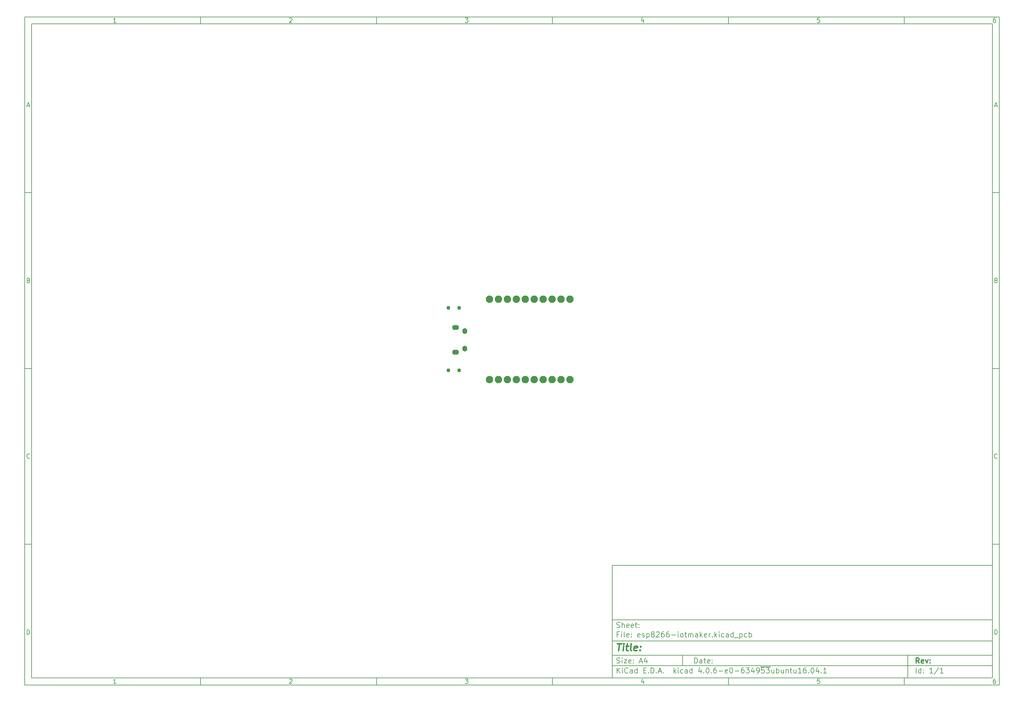
<source format=gbs>
G04 #@! TF.FileFunction,Soldermask,Bot*
%FSLAX46Y46*%
G04 Gerber Fmt 4.6, Leading zero omitted, Abs format (unit mm)*
G04 Created by KiCad (PCBNEW 4.0.6-e0-6349~53~ubuntu16.04.1) date Sat Nov 11 19:40:28 2017*
%MOMM*%
%LPD*%
G01*
G04 APERTURE LIST*
%ADD10C,0.100000*%
%ADD11C,0.150000*%
%ADD12C,0.300000*%
%ADD13C,0.400000*%
%ADD14C,2.100000*%
%ADD15O,2.100000X2.100000*%
%ADD16C,1.100000*%
%ADD17O,1.350000X1.650000*%
%ADD18O,1.950000X1.400000*%
G04 APERTURE END LIST*
D10*
D11*
X177002200Y-166007200D02*
X177002200Y-198007200D01*
X285002200Y-198007200D01*
X285002200Y-166007200D01*
X177002200Y-166007200D01*
D10*
D11*
X10000000Y-10000000D02*
X10000000Y-200007200D01*
X287002200Y-200007200D01*
X287002200Y-10000000D01*
X10000000Y-10000000D01*
D10*
D11*
X12000000Y-12000000D02*
X12000000Y-198007200D01*
X285002200Y-198007200D01*
X285002200Y-12000000D01*
X12000000Y-12000000D01*
D10*
D11*
X60000000Y-12000000D02*
X60000000Y-10000000D01*
D10*
D11*
X110000000Y-12000000D02*
X110000000Y-10000000D01*
D10*
D11*
X160000000Y-12000000D02*
X160000000Y-10000000D01*
D10*
D11*
X210000000Y-12000000D02*
X210000000Y-10000000D01*
D10*
D11*
X260000000Y-12000000D02*
X260000000Y-10000000D01*
D10*
D11*
X35990476Y-11588095D02*
X35247619Y-11588095D01*
X35619048Y-11588095D02*
X35619048Y-10288095D01*
X35495238Y-10473810D01*
X35371429Y-10597619D01*
X35247619Y-10659524D01*
D10*
D11*
X85247619Y-10411905D02*
X85309524Y-10350000D01*
X85433333Y-10288095D01*
X85742857Y-10288095D01*
X85866667Y-10350000D01*
X85928571Y-10411905D01*
X85990476Y-10535714D01*
X85990476Y-10659524D01*
X85928571Y-10845238D01*
X85185714Y-11588095D01*
X85990476Y-11588095D01*
D10*
D11*
X135185714Y-10288095D02*
X135990476Y-10288095D01*
X135557143Y-10783333D01*
X135742857Y-10783333D01*
X135866667Y-10845238D01*
X135928571Y-10907143D01*
X135990476Y-11030952D01*
X135990476Y-11340476D01*
X135928571Y-11464286D01*
X135866667Y-11526190D01*
X135742857Y-11588095D01*
X135371429Y-11588095D01*
X135247619Y-11526190D01*
X135185714Y-11464286D01*
D10*
D11*
X185866667Y-10721429D02*
X185866667Y-11588095D01*
X185557143Y-10226190D02*
X185247619Y-11154762D01*
X186052381Y-11154762D01*
D10*
D11*
X235928571Y-10288095D02*
X235309524Y-10288095D01*
X235247619Y-10907143D01*
X235309524Y-10845238D01*
X235433333Y-10783333D01*
X235742857Y-10783333D01*
X235866667Y-10845238D01*
X235928571Y-10907143D01*
X235990476Y-11030952D01*
X235990476Y-11340476D01*
X235928571Y-11464286D01*
X235866667Y-11526190D01*
X235742857Y-11588095D01*
X235433333Y-11588095D01*
X235309524Y-11526190D01*
X235247619Y-11464286D01*
D10*
D11*
X285866667Y-10288095D02*
X285619048Y-10288095D01*
X285495238Y-10350000D01*
X285433333Y-10411905D01*
X285309524Y-10597619D01*
X285247619Y-10845238D01*
X285247619Y-11340476D01*
X285309524Y-11464286D01*
X285371429Y-11526190D01*
X285495238Y-11588095D01*
X285742857Y-11588095D01*
X285866667Y-11526190D01*
X285928571Y-11464286D01*
X285990476Y-11340476D01*
X285990476Y-11030952D01*
X285928571Y-10907143D01*
X285866667Y-10845238D01*
X285742857Y-10783333D01*
X285495238Y-10783333D01*
X285371429Y-10845238D01*
X285309524Y-10907143D01*
X285247619Y-11030952D01*
D10*
D11*
X60000000Y-198007200D02*
X60000000Y-200007200D01*
D10*
D11*
X110000000Y-198007200D02*
X110000000Y-200007200D01*
D10*
D11*
X160000000Y-198007200D02*
X160000000Y-200007200D01*
D10*
D11*
X210000000Y-198007200D02*
X210000000Y-200007200D01*
D10*
D11*
X260000000Y-198007200D02*
X260000000Y-200007200D01*
D10*
D11*
X35990476Y-199595295D02*
X35247619Y-199595295D01*
X35619048Y-199595295D02*
X35619048Y-198295295D01*
X35495238Y-198481010D01*
X35371429Y-198604819D01*
X35247619Y-198666724D01*
D10*
D11*
X85247619Y-198419105D02*
X85309524Y-198357200D01*
X85433333Y-198295295D01*
X85742857Y-198295295D01*
X85866667Y-198357200D01*
X85928571Y-198419105D01*
X85990476Y-198542914D01*
X85990476Y-198666724D01*
X85928571Y-198852438D01*
X85185714Y-199595295D01*
X85990476Y-199595295D01*
D10*
D11*
X135185714Y-198295295D02*
X135990476Y-198295295D01*
X135557143Y-198790533D01*
X135742857Y-198790533D01*
X135866667Y-198852438D01*
X135928571Y-198914343D01*
X135990476Y-199038152D01*
X135990476Y-199347676D01*
X135928571Y-199471486D01*
X135866667Y-199533390D01*
X135742857Y-199595295D01*
X135371429Y-199595295D01*
X135247619Y-199533390D01*
X135185714Y-199471486D01*
D10*
D11*
X185866667Y-198728629D02*
X185866667Y-199595295D01*
X185557143Y-198233390D02*
X185247619Y-199161962D01*
X186052381Y-199161962D01*
D10*
D11*
X235928571Y-198295295D02*
X235309524Y-198295295D01*
X235247619Y-198914343D01*
X235309524Y-198852438D01*
X235433333Y-198790533D01*
X235742857Y-198790533D01*
X235866667Y-198852438D01*
X235928571Y-198914343D01*
X235990476Y-199038152D01*
X235990476Y-199347676D01*
X235928571Y-199471486D01*
X235866667Y-199533390D01*
X235742857Y-199595295D01*
X235433333Y-199595295D01*
X235309524Y-199533390D01*
X235247619Y-199471486D01*
D10*
D11*
X285866667Y-198295295D02*
X285619048Y-198295295D01*
X285495238Y-198357200D01*
X285433333Y-198419105D01*
X285309524Y-198604819D01*
X285247619Y-198852438D01*
X285247619Y-199347676D01*
X285309524Y-199471486D01*
X285371429Y-199533390D01*
X285495238Y-199595295D01*
X285742857Y-199595295D01*
X285866667Y-199533390D01*
X285928571Y-199471486D01*
X285990476Y-199347676D01*
X285990476Y-199038152D01*
X285928571Y-198914343D01*
X285866667Y-198852438D01*
X285742857Y-198790533D01*
X285495238Y-198790533D01*
X285371429Y-198852438D01*
X285309524Y-198914343D01*
X285247619Y-199038152D01*
D10*
D11*
X10000000Y-60000000D02*
X12000000Y-60000000D01*
D10*
D11*
X10000000Y-110000000D02*
X12000000Y-110000000D01*
D10*
D11*
X10000000Y-160000000D02*
X12000000Y-160000000D01*
D10*
D11*
X10690476Y-35216667D02*
X11309524Y-35216667D01*
X10566667Y-35588095D02*
X11000000Y-34288095D01*
X11433333Y-35588095D01*
D10*
D11*
X11092857Y-84907143D02*
X11278571Y-84969048D01*
X11340476Y-85030952D01*
X11402381Y-85154762D01*
X11402381Y-85340476D01*
X11340476Y-85464286D01*
X11278571Y-85526190D01*
X11154762Y-85588095D01*
X10659524Y-85588095D01*
X10659524Y-84288095D01*
X11092857Y-84288095D01*
X11216667Y-84350000D01*
X11278571Y-84411905D01*
X11340476Y-84535714D01*
X11340476Y-84659524D01*
X11278571Y-84783333D01*
X11216667Y-84845238D01*
X11092857Y-84907143D01*
X10659524Y-84907143D01*
D10*
D11*
X11402381Y-135464286D02*
X11340476Y-135526190D01*
X11154762Y-135588095D01*
X11030952Y-135588095D01*
X10845238Y-135526190D01*
X10721429Y-135402381D01*
X10659524Y-135278571D01*
X10597619Y-135030952D01*
X10597619Y-134845238D01*
X10659524Y-134597619D01*
X10721429Y-134473810D01*
X10845238Y-134350000D01*
X11030952Y-134288095D01*
X11154762Y-134288095D01*
X11340476Y-134350000D01*
X11402381Y-134411905D01*
D10*
D11*
X10659524Y-185588095D02*
X10659524Y-184288095D01*
X10969048Y-184288095D01*
X11154762Y-184350000D01*
X11278571Y-184473810D01*
X11340476Y-184597619D01*
X11402381Y-184845238D01*
X11402381Y-185030952D01*
X11340476Y-185278571D01*
X11278571Y-185402381D01*
X11154762Y-185526190D01*
X10969048Y-185588095D01*
X10659524Y-185588095D01*
D10*
D11*
X287002200Y-60000000D02*
X285002200Y-60000000D01*
D10*
D11*
X287002200Y-110000000D02*
X285002200Y-110000000D01*
D10*
D11*
X287002200Y-160000000D02*
X285002200Y-160000000D01*
D10*
D11*
X285692676Y-35216667D02*
X286311724Y-35216667D01*
X285568867Y-35588095D02*
X286002200Y-34288095D01*
X286435533Y-35588095D01*
D10*
D11*
X286095057Y-84907143D02*
X286280771Y-84969048D01*
X286342676Y-85030952D01*
X286404581Y-85154762D01*
X286404581Y-85340476D01*
X286342676Y-85464286D01*
X286280771Y-85526190D01*
X286156962Y-85588095D01*
X285661724Y-85588095D01*
X285661724Y-84288095D01*
X286095057Y-84288095D01*
X286218867Y-84350000D01*
X286280771Y-84411905D01*
X286342676Y-84535714D01*
X286342676Y-84659524D01*
X286280771Y-84783333D01*
X286218867Y-84845238D01*
X286095057Y-84907143D01*
X285661724Y-84907143D01*
D10*
D11*
X286404581Y-135464286D02*
X286342676Y-135526190D01*
X286156962Y-135588095D01*
X286033152Y-135588095D01*
X285847438Y-135526190D01*
X285723629Y-135402381D01*
X285661724Y-135278571D01*
X285599819Y-135030952D01*
X285599819Y-134845238D01*
X285661724Y-134597619D01*
X285723629Y-134473810D01*
X285847438Y-134350000D01*
X286033152Y-134288095D01*
X286156962Y-134288095D01*
X286342676Y-134350000D01*
X286404581Y-134411905D01*
D10*
D11*
X285661724Y-185588095D02*
X285661724Y-184288095D01*
X285971248Y-184288095D01*
X286156962Y-184350000D01*
X286280771Y-184473810D01*
X286342676Y-184597619D01*
X286404581Y-184845238D01*
X286404581Y-185030952D01*
X286342676Y-185278571D01*
X286280771Y-185402381D01*
X286156962Y-185526190D01*
X285971248Y-185588095D01*
X285661724Y-185588095D01*
D10*
D11*
X200359343Y-193785771D02*
X200359343Y-192285771D01*
X200716486Y-192285771D01*
X200930771Y-192357200D01*
X201073629Y-192500057D01*
X201145057Y-192642914D01*
X201216486Y-192928629D01*
X201216486Y-193142914D01*
X201145057Y-193428629D01*
X201073629Y-193571486D01*
X200930771Y-193714343D01*
X200716486Y-193785771D01*
X200359343Y-193785771D01*
X202502200Y-193785771D02*
X202502200Y-193000057D01*
X202430771Y-192857200D01*
X202287914Y-192785771D01*
X202002200Y-192785771D01*
X201859343Y-192857200D01*
X202502200Y-193714343D02*
X202359343Y-193785771D01*
X202002200Y-193785771D01*
X201859343Y-193714343D01*
X201787914Y-193571486D01*
X201787914Y-193428629D01*
X201859343Y-193285771D01*
X202002200Y-193214343D01*
X202359343Y-193214343D01*
X202502200Y-193142914D01*
X203002200Y-192785771D02*
X203573629Y-192785771D01*
X203216486Y-192285771D02*
X203216486Y-193571486D01*
X203287914Y-193714343D01*
X203430772Y-193785771D01*
X203573629Y-193785771D01*
X204645057Y-193714343D02*
X204502200Y-193785771D01*
X204216486Y-193785771D01*
X204073629Y-193714343D01*
X204002200Y-193571486D01*
X204002200Y-193000057D01*
X204073629Y-192857200D01*
X204216486Y-192785771D01*
X204502200Y-192785771D01*
X204645057Y-192857200D01*
X204716486Y-193000057D01*
X204716486Y-193142914D01*
X204002200Y-193285771D01*
X205359343Y-193642914D02*
X205430771Y-193714343D01*
X205359343Y-193785771D01*
X205287914Y-193714343D01*
X205359343Y-193642914D01*
X205359343Y-193785771D01*
X205359343Y-192857200D02*
X205430771Y-192928629D01*
X205359343Y-193000057D01*
X205287914Y-192928629D01*
X205359343Y-192857200D01*
X205359343Y-193000057D01*
D10*
D11*
X177002200Y-194507200D02*
X285002200Y-194507200D01*
D10*
D11*
X178359343Y-196585771D02*
X178359343Y-195085771D01*
X179216486Y-196585771D02*
X178573629Y-195728629D01*
X179216486Y-195085771D02*
X178359343Y-195942914D01*
X179859343Y-196585771D02*
X179859343Y-195585771D01*
X179859343Y-195085771D02*
X179787914Y-195157200D01*
X179859343Y-195228629D01*
X179930771Y-195157200D01*
X179859343Y-195085771D01*
X179859343Y-195228629D01*
X181430772Y-196442914D02*
X181359343Y-196514343D01*
X181145057Y-196585771D01*
X181002200Y-196585771D01*
X180787915Y-196514343D01*
X180645057Y-196371486D01*
X180573629Y-196228629D01*
X180502200Y-195942914D01*
X180502200Y-195728629D01*
X180573629Y-195442914D01*
X180645057Y-195300057D01*
X180787915Y-195157200D01*
X181002200Y-195085771D01*
X181145057Y-195085771D01*
X181359343Y-195157200D01*
X181430772Y-195228629D01*
X182716486Y-196585771D02*
X182716486Y-195800057D01*
X182645057Y-195657200D01*
X182502200Y-195585771D01*
X182216486Y-195585771D01*
X182073629Y-195657200D01*
X182716486Y-196514343D02*
X182573629Y-196585771D01*
X182216486Y-196585771D01*
X182073629Y-196514343D01*
X182002200Y-196371486D01*
X182002200Y-196228629D01*
X182073629Y-196085771D01*
X182216486Y-196014343D01*
X182573629Y-196014343D01*
X182716486Y-195942914D01*
X184073629Y-196585771D02*
X184073629Y-195085771D01*
X184073629Y-196514343D02*
X183930772Y-196585771D01*
X183645058Y-196585771D01*
X183502200Y-196514343D01*
X183430772Y-196442914D01*
X183359343Y-196300057D01*
X183359343Y-195871486D01*
X183430772Y-195728629D01*
X183502200Y-195657200D01*
X183645058Y-195585771D01*
X183930772Y-195585771D01*
X184073629Y-195657200D01*
X185930772Y-195800057D02*
X186430772Y-195800057D01*
X186645058Y-196585771D02*
X185930772Y-196585771D01*
X185930772Y-195085771D01*
X186645058Y-195085771D01*
X187287915Y-196442914D02*
X187359343Y-196514343D01*
X187287915Y-196585771D01*
X187216486Y-196514343D01*
X187287915Y-196442914D01*
X187287915Y-196585771D01*
X188002201Y-196585771D02*
X188002201Y-195085771D01*
X188359344Y-195085771D01*
X188573629Y-195157200D01*
X188716487Y-195300057D01*
X188787915Y-195442914D01*
X188859344Y-195728629D01*
X188859344Y-195942914D01*
X188787915Y-196228629D01*
X188716487Y-196371486D01*
X188573629Y-196514343D01*
X188359344Y-196585771D01*
X188002201Y-196585771D01*
X189502201Y-196442914D02*
X189573629Y-196514343D01*
X189502201Y-196585771D01*
X189430772Y-196514343D01*
X189502201Y-196442914D01*
X189502201Y-196585771D01*
X190145058Y-196157200D02*
X190859344Y-196157200D01*
X190002201Y-196585771D02*
X190502201Y-195085771D01*
X191002201Y-196585771D01*
X191502201Y-196442914D02*
X191573629Y-196514343D01*
X191502201Y-196585771D01*
X191430772Y-196514343D01*
X191502201Y-196442914D01*
X191502201Y-196585771D01*
X194502201Y-196585771D02*
X194502201Y-195085771D01*
X194645058Y-196014343D02*
X195073629Y-196585771D01*
X195073629Y-195585771D02*
X194502201Y-196157200D01*
X195716487Y-196585771D02*
X195716487Y-195585771D01*
X195716487Y-195085771D02*
X195645058Y-195157200D01*
X195716487Y-195228629D01*
X195787915Y-195157200D01*
X195716487Y-195085771D01*
X195716487Y-195228629D01*
X197073630Y-196514343D02*
X196930773Y-196585771D01*
X196645059Y-196585771D01*
X196502201Y-196514343D01*
X196430773Y-196442914D01*
X196359344Y-196300057D01*
X196359344Y-195871486D01*
X196430773Y-195728629D01*
X196502201Y-195657200D01*
X196645059Y-195585771D01*
X196930773Y-195585771D01*
X197073630Y-195657200D01*
X198359344Y-196585771D02*
X198359344Y-195800057D01*
X198287915Y-195657200D01*
X198145058Y-195585771D01*
X197859344Y-195585771D01*
X197716487Y-195657200D01*
X198359344Y-196514343D02*
X198216487Y-196585771D01*
X197859344Y-196585771D01*
X197716487Y-196514343D01*
X197645058Y-196371486D01*
X197645058Y-196228629D01*
X197716487Y-196085771D01*
X197859344Y-196014343D01*
X198216487Y-196014343D01*
X198359344Y-195942914D01*
X199716487Y-196585771D02*
X199716487Y-195085771D01*
X199716487Y-196514343D02*
X199573630Y-196585771D01*
X199287916Y-196585771D01*
X199145058Y-196514343D01*
X199073630Y-196442914D01*
X199002201Y-196300057D01*
X199002201Y-195871486D01*
X199073630Y-195728629D01*
X199145058Y-195657200D01*
X199287916Y-195585771D01*
X199573630Y-195585771D01*
X199716487Y-195657200D01*
X202216487Y-195585771D02*
X202216487Y-196585771D01*
X201859344Y-195014343D02*
X201502201Y-196085771D01*
X202430773Y-196085771D01*
X203002201Y-196442914D02*
X203073629Y-196514343D01*
X203002201Y-196585771D01*
X202930772Y-196514343D01*
X203002201Y-196442914D01*
X203002201Y-196585771D01*
X204002201Y-195085771D02*
X204145058Y-195085771D01*
X204287915Y-195157200D01*
X204359344Y-195228629D01*
X204430773Y-195371486D01*
X204502201Y-195657200D01*
X204502201Y-196014343D01*
X204430773Y-196300057D01*
X204359344Y-196442914D01*
X204287915Y-196514343D01*
X204145058Y-196585771D01*
X204002201Y-196585771D01*
X203859344Y-196514343D01*
X203787915Y-196442914D01*
X203716487Y-196300057D01*
X203645058Y-196014343D01*
X203645058Y-195657200D01*
X203716487Y-195371486D01*
X203787915Y-195228629D01*
X203859344Y-195157200D01*
X204002201Y-195085771D01*
X205145058Y-196442914D02*
X205216486Y-196514343D01*
X205145058Y-196585771D01*
X205073629Y-196514343D01*
X205145058Y-196442914D01*
X205145058Y-196585771D01*
X206502201Y-195085771D02*
X206216487Y-195085771D01*
X206073630Y-195157200D01*
X206002201Y-195228629D01*
X205859344Y-195442914D01*
X205787915Y-195728629D01*
X205787915Y-196300057D01*
X205859344Y-196442914D01*
X205930772Y-196514343D01*
X206073630Y-196585771D01*
X206359344Y-196585771D01*
X206502201Y-196514343D01*
X206573630Y-196442914D01*
X206645058Y-196300057D01*
X206645058Y-195942914D01*
X206573630Y-195800057D01*
X206502201Y-195728629D01*
X206359344Y-195657200D01*
X206073630Y-195657200D01*
X205930772Y-195728629D01*
X205859344Y-195800057D01*
X205787915Y-195942914D01*
X207287915Y-196014343D02*
X208430772Y-196014343D01*
X209716486Y-196514343D02*
X209573629Y-196585771D01*
X209287915Y-196585771D01*
X209145058Y-196514343D01*
X209073629Y-196371486D01*
X209073629Y-195800057D01*
X209145058Y-195657200D01*
X209287915Y-195585771D01*
X209573629Y-195585771D01*
X209716486Y-195657200D01*
X209787915Y-195800057D01*
X209787915Y-195942914D01*
X209073629Y-196085771D01*
X210716486Y-195085771D02*
X210859343Y-195085771D01*
X211002200Y-195157200D01*
X211073629Y-195228629D01*
X211145058Y-195371486D01*
X211216486Y-195657200D01*
X211216486Y-196014343D01*
X211145058Y-196300057D01*
X211073629Y-196442914D01*
X211002200Y-196514343D01*
X210859343Y-196585771D01*
X210716486Y-196585771D01*
X210573629Y-196514343D01*
X210502200Y-196442914D01*
X210430772Y-196300057D01*
X210359343Y-196014343D01*
X210359343Y-195657200D01*
X210430772Y-195371486D01*
X210502200Y-195228629D01*
X210573629Y-195157200D01*
X210716486Y-195085771D01*
X211859343Y-196014343D02*
X213002200Y-196014343D01*
X214359343Y-195085771D02*
X214073629Y-195085771D01*
X213930772Y-195157200D01*
X213859343Y-195228629D01*
X213716486Y-195442914D01*
X213645057Y-195728629D01*
X213645057Y-196300057D01*
X213716486Y-196442914D01*
X213787914Y-196514343D01*
X213930772Y-196585771D01*
X214216486Y-196585771D01*
X214359343Y-196514343D01*
X214430772Y-196442914D01*
X214502200Y-196300057D01*
X214502200Y-195942914D01*
X214430772Y-195800057D01*
X214359343Y-195728629D01*
X214216486Y-195657200D01*
X213930772Y-195657200D01*
X213787914Y-195728629D01*
X213716486Y-195800057D01*
X213645057Y-195942914D01*
X215002200Y-195085771D02*
X215930771Y-195085771D01*
X215430771Y-195657200D01*
X215645057Y-195657200D01*
X215787914Y-195728629D01*
X215859343Y-195800057D01*
X215930771Y-195942914D01*
X215930771Y-196300057D01*
X215859343Y-196442914D01*
X215787914Y-196514343D01*
X215645057Y-196585771D01*
X215216485Y-196585771D01*
X215073628Y-196514343D01*
X215002200Y-196442914D01*
X217216485Y-195585771D02*
X217216485Y-196585771D01*
X216859342Y-195014343D02*
X216502199Y-196085771D01*
X217430771Y-196085771D01*
X218073627Y-196585771D02*
X218359342Y-196585771D01*
X218502199Y-196514343D01*
X218573627Y-196442914D01*
X218716485Y-196228629D01*
X218787913Y-195942914D01*
X218787913Y-195371486D01*
X218716485Y-195228629D01*
X218645056Y-195157200D01*
X218502199Y-195085771D01*
X218216485Y-195085771D01*
X218073627Y-195157200D01*
X218002199Y-195228629D01*
X217930770Y-195371486D01*
X217930770Y-195728629D01*
X218002199Y-195871486D01*
X218073627Y-195942914D01*
X218216485Y-196014343D01*
X218502199Y-196014343D01*
X218645056Y-195942914D01*
X218716485Y-195871486D01*
X218787913Y-195728629D01*
X220145056Y-195085771D02*
X219430770Y-195085771D01*
X219359341Y-195800057D01*
X219430770Y-195728629D01*
X219573627Y-195657200D01*
X219930770Y-195657200D01*
X220073627Y-195728629D01*
X220145056Y-195800057D01*
X220216484Y-195942914D01*
X220216484Y-196300057D01*
X220145056Y-196442914D01*
X220073627Y-196514343D01*
X219930770Y-196585771D01*
X219573627Y-196585771D01*
X219430770Y-196514343D01*
X219359341Y-196442914D01*
X220716484Y-195085771D02*
X221645055Y-195085771D01*
X221145055Y-195657200D01*
X221359341Y-195657200D01*
X221502198Y-195728629D01*
X221573627Y-195800057D01*
X221645055Y-195942914D01*
X221645055Y-196300057D01*
X221573627Y-196442914D01*
X221502198Y-196514343D01*
X221359341Y-196585771D01*
X220930769Y-196585771D01*
X220787912Y-196514343D01*
X220716484Y-196442914D01*
X219073627Y-194827200D02*
X221930769Y-194827200D01*
X222930769Y-195585771D02*
X222930769Y-196585771D01*
X222287912Y-195585771D02*
X222287912Y-196371486D01*
X222359340Y-196514343D01*
X222502198Y-196585771D01*
X222716483Y-196585771D01*
X222859340Y-196514343D01*
X222930769Y-196442914D01*
X223645055Y-196585771D02*
X223645055Y-195085771D01*
X223645055Y-195657200D02*
X223787912Y-195585771D01*
X224073626Y-195585771D01*
X224216483Y-195657200D01*
X224287912Y-195728629D01*
X224359341Y-195871486D01*
X224359341Y-196300057D01*
X224287912Y-196442914D01*
X224216483Y-196514343D01*
X224073626Y-196585771D01*
X223787912Y-196585771D01*
X223645055Y-196514343D01*
X225645055Y-195585771D02*
X225645055Y-196585771D01*
X225002198Y-195585771D02*
X225002198Y-196371486D01*
X225073626Y-196514343D01*
X225216484Y-196585771D01*
X225430769Y-196585771D01*
X225573626Y-196514343D01*
X225645055Y-196442914D01*
X226359341Y-195585771D02*
X226359341Y-196585771D01*
X226359341Y-195728629D02*
X226430769Y-195657200D01*
X226573627Y-195585771D01*
X226787912Y-195585771D01*
X226930769Y-195657200D01*
X227002198Y-195800057D01*
X227002198Y-196585771D01*
X227502198Y-195585771D02*
X228073627Y-195585771D01*
X227716484Y-195085771D02*
X227716484Y-196371486D01*
X227787912Y-196514343D01*
X227930770Y-196585771D01*
X228073627Y-196585771D01*
X229216484Y-195585771D02*
X229216484Y-196585771D01*
X228573627Y-195585771D02*
X228573627Y-196371486D01*
X228645055Y-196514343D01*
X228787913Y-196585771D01*
X229002198Y-196585771D01*
X229145055Y-196514343D01*
X229216484Y-196442914D01*
X230716484Y-196585771D02*
X229859341Y-196585771D01*
X230287913Y-196585771D02*
X230287913Y-195085771D01*
X230145056Y-195300057D01*
X230002198Y-195442914D01*
X229859341Y-195514343D01*
X232002198Y-195085771D02*
X231716484Y-195085771D01*
X231573627Y-195157200D01*
X231502198Y-195228629D01*
X231359341Y-195442914D01*
X231287912Y-195728629D01*
X231287912Y-196300057D01*
X231359341Y-196442914D01*
X231430769Y-196514343D01*
X231573627Y-196585771D01*
X231859341Y-196585771D01*
X232002198Y-196514343D01*
X232073627Y-196442914D01*
X232145055Y-196300057D01*
X232145055Y-195942914D01*
X232073627Y-195800057D01*
X232002198Y-195728629D01*
X231859341Y-195657200D01*
X231573627Y-195657200D01*
X231430769Y-195728629D01*
X231359341Y-195800057D01*
X231287912Y-195942914D01*
X232787912Y-196442914D02*
X232859340Y-196514343D01*
X232787912Y-196585771D01*
X232716483Y-196514343D01*
X232787912Y-196442914D01*
X232787912Y-196585771D01*
X233787912Y-195085771D02*
X233930769Y-195085771D01*
X234073626Y-195157200D01*
X234145055Y-195228629D01*
X234216484Y-195371486D01*
X234287912Y-195657200D01*
X234287912Y-196014343D01*
X234216484Y-196300057D01*
X234145055Y-196442914D01*
X234073626Y-196514343D01*
X233930769Y-196585771D01*
X233787912Y-196585771D01*
X233645055Y-196514343D01*
X233573626Y-196442914D01*
X233502198Y-196300057D01*
X233430769Y-196014343D01*
X233430769Y-195657200D01*
X233502198Y-195371486D01*
X233573626Y-195228629D01*
X233645055Y-195157200D01*
X233787912Y-195085771D01*
X235573626Y-195585771D02*
X235573626Y-196585771D01*
X235216483Y-195014343D02*
X234859340Y-196085771D01*
X235787912Y-196085771D01*
X236359340Y-196442914D02*
X236430768Y-196514343D01*
X236359340Y-196585771D01*
X236287911Y-196514343D01*
X236359340Y-196442914D01*
X236359340Y-196585771D01*
X237859340Y-196585771D02*
X237002197Y-196585771D01*
X237430769Y-196585771D02*
X237430769Y-195085771D01*
X237287912Y-195300057D01*
X237145054Y-195442914D01*
X237002197Y-195514343D01*
D10*
D11*
X177002200Y-191507200D02*
X285002200Y-191507200D01*
D10*
D12*
X264216486Y-193785771D02*
X263716486Y-193071486D01*
X263359343Y-193785771D02*
X263359343Y-192285771D01*
X263930771Y-192285771D01*
X264073629Y-192357200D01*
X264145057Y-192428629D01*
X264216486Y-192571486D01*
X264216486Y-192785771D01*
X264145057Y-192928629D01*
X264073629Y-193000057D01*
X263930771Y-193071486D01*
X263359343Y-193071486D01*
X265430771Y-193714343D02*
X265287914Y-193785771D01*
X265002200Y-193785771D01*
X264859343Y-193714343D01*
X264787914Y-193571486D01*
X264787914Y-193000057D01*
X264859343Y-192857200D01*
X265002200Y-192785771D01*
X265287914Y-192785771D01*
X265430771Y-192857200D01*
X265502200Y-193000057D01*
X265502200Y-193142914D01*
X264787914Y-193285771D01*
X266002200Y-192785771D02*
X266359343Y-193785771D01*
X266716485Y-192785771D01*
X267287914Y-193642914D02*
X267359342Y-193714343D01*
X267287914Y-193785771D01*
X267216485Y-193714343D01*
X267287914Y-193642914D01*
X267287914Y-193785771D01*
X267287914Y-192857200D02*
X267359342Y-192928629D01*
X267287914Y-193000057D01*
X267216485Y-192928629D01*
X267287914Y-192857200D01*
X267287914Y-193000057D01*
D10*
D11*
X178287914Y-193714343D02*
X178502200Y-193785771D01*
X178859343Y-193785771D01*
X179002200Y-193714343D01*
X179073629Y-193642914D01*
X179145057Y-193500057D01*
X179145057Y-193357200D01*
X179073629Y-193214343D01*
X179002200Y-193142914D01*
X178859343Y-193071486D01*
X178573629Y-193000057D01*
X178430771Y-192928629D01*
X178359343Y-192857200D01*
X178287914Y-192714343D01*
X178287914Y-192571486D01*
X178359343Y-192428629D01*
X178430771Y-192357200D01*
X178573629Y-192285771D01*
X178930771Y-192285771D01*
X179145057Y-192357200D01*
X179787914Y-193785771D02*
X179787914Y-192785771D01*
X179787914Y-192285771D02*
X179716485Y-192357200D01*
X179787914Y-192428629D01*
X179859342Y-192357200D01*
X179787914Y-192285771D01*
X179787914Y-192428629D01*
X180359343Y-192785771D02*
X181145057Y-192785771D01*
X180359343Y-193785771D01*
X181145057Y-193785771D01*
X182287914Y-193714343D02*
X182145057Y-193785771D01*
X181859343Y-193785771D01*
X181716486Y-193714343D01*
X181645057Y-193571486D01*
X181645057Y-193000057D01*
X181716486Y-192857200D01*
X181859343Y-192785771D01*
X182145057Y-192785771D01*
X182287914Y-192857200D01*
X182359343Y-193000057D01*
X182359343Y-193142914D01*
X181645057Y-193285771D01*
X183002200Y-193642914D02*
X183073628Y-193714343D01*
X183002200Y-193785771D01*
X182930771Y-193714343D01*
X183002200Y-193642914D01*
X183002200Y-193785771D01*
X183002200Y-192857200D02*
X183073628Y-192928629D01*
X183002200Y-193000057D01*
X182930771Y-192928629D01*
X183002200Y-192857200D01*
X183002200Y-193000057D01*
X184787914Y-193357200D02*
X185502200Y-193357200D01*
X184645057Y-193785771D02*
X185145057Y-192285771D01*
X185645057Y-193785771D01*
X186787914Y-192785771D02*
X186787914Y-193785771D01*
X186430771Y-192214343D02*
X186073628Y-193285771D01*
X187002200Y-193285771D01*
D10*
D11*
X263359343Y-196585771D02*
X263359343Y-195085771D01*
X264716486Y-196585771D02*
X264716486Y-195085771D01*
X264716486Y-196514343D02*
X264573629Y-196585771D01*
X264287915Y-196585771D01*
X264145057Y-196514343D01*
X264073629Y-196442914D01*
X264002200Y-196300057D01*
X264002200Y-195871486D01*
X264073629Y-195728629D01*
X264145057Y-195657200D01*
X264287915Y-195585771D01*
X264573629Y-195585771D01*
X264716486Y-195657200D01*
X265430772Y-196442914D02*
X265502200Y-196514343D01*
X265430772Y-196585771D01*
X265359343Y-196514343D01*
X265430772Y-196442914D01*
X265430772Y-196585771D01*
X265430772Y-195657200D02*
X265502200Y-195728629D01*
X265430772Y-195800057D01*
X265359343Y-195728629D01*
X265430772Y-195657200D01*
X265430772Y-195800057D01*
X268073629Y-196585771D02*
X267216486Y-196585771D01*
X267645058Y-196585771D02*
X267645058Y-195085771D01*
X267502201Y-195300057D01*
X267359343Y-195442914D01*
X267216486Y-195514343D01*
X269787914Y-195014343D02*
X268502200Y-196942914D01*
X271073629Y-196585771D02*
X270216486Y-196585771D01*
X270645058Y-196585771D02*
X270645058Y-195085771D01*
X270502201Y-195300057D01*
X270359343Y-195442914D01*
X270216486Y-195514343D01*
D10*
D11*
X177002200Y-187507200D02*
X285002200Y-187507200D01*
D10*
D13*
X178454581Y-188211962D02*
X179597438Y-188211962D01*
X178776010Y-190211962D02*
X179026010Y-188211962D01*
X180014105Y-190211962D02*
X180180771Y-188878629D01*
X180264105Y-188211962D02*
X180156962Y-188307200D01*
X180240295Y-188402438D01*
X180347439Y-188307200D01*
X180264105Y-188211962D01*
X180240295Y-188402438D01*
X180847438Y-188878629D02*
X181609343Y-188878629D01*
X181216486Y-188211962D02*
X181002200Y-189926248D01*
X181073630Y-190116724D01*
X181252201Y-190211962D01*
X181442677Y-190211962D01*
X182395058Y-190211962D02*
X182216487Y-190116724D01*
X182145057Y-189926248D01*
X182359343Y-188211962D01*
X183930772Y-190116724D02*
X183728391Y-190211962D01*
X183347439Y-190211962D01*
X183168867Y-190116724D01*
X183097438Y-189926248D01*
X183192676Y-189164343D01*
X183311724Y-188973867D01*
X183514105Y-188878629D01*
X183895057Y-188878629D01*
X184073629Y-188973867D01*
X184145057Y-189164343D01*
X184121248Y-189354819D01*
X183145057Y-189545295D01*
X184895057Y-190021486D02*
X184978392Y-190116724D01*
X184871248Y-190211962D01*
X184787915Y-190116724D01*
X184895057Y-190021486D01*
X184871248Y-190211962D01*
X185026010Y-188973867D02*
X185109344Y-189069105D01*
X185002200Y-189164343D01*
X184918867Y-189069105D01*
X185026010Y-188973867D01*
X185002200Y-189164343D01*
D10*
D11*
X178859343Y-185600057D02*
X178359343Y-185600057D01*
X178359343Y-186385771D02*
X178359343Y-184885771D01*
X179073629Y-184885771D01*
X179645057Y-186385771D02*
X179645057Y-185385771D01*
X179645057Y-184885771D02*
X179573628Y-184957200D01*
X179645057Y-185028629D01*
X179716485Y-184957200D01*
X179645057Y-184885771D01*
X179645057Y-185028629D01*
X180573629Y-186385771D02*
X180430771Y-186314343D01*
X180359343Y-186171486D01*
X180359343Y-184885771D01*
X181716485Y-186314343D02*
X181573628Y-186385771D01*
X181287914Y-186385771D01*
X181145057Y-186314343D01*
X181073628Y-186171486D01*
X181073628Y-185600057D01*
X181145057Y-185457200D01*
X181287914Y-185385771D01*
X181573628Y-185385771D01*
X181716485Y-185457200D01*
X181787914Y-185600057D01*
X181787914Y-185742914D01*
X181073628Y-185885771D01*
X182430771Y-186242914D02*
X182502199Y-186314343D01*
X182430771Y-186385771D01*
X182359342Y-186314343D01*
X182430771Y-186242914D01*
X182430771Y-186385771D01*
X182430771Y-185457200D02*
X182502199Y-185528629D01*
X182430771Y-185600057D01*
X182359342Y-185528629D01*
X182430771Y-185457200D01*
X182430771Y-185600057D01*
X184859342Y-186314343D02*
X184716485Y-186385771D01*
X184430771Y-186385771D01*
X184287914Y-186314343D01*
X184216485Y-186171486D01*
X184216485Y-185600057D01*
X184287914Y-185457200D01*
X184430771Y-185385771D01*
X184716485Y-185385771D01*
X184859342Y-185457200D01*
X184930771Y-185600057D01*
X184930771Y-185742914D01*
X184216485Y-185885771D01*
X185502199Y-186314343D02*
X185645056Y-186385771D01*
X185930771Y-186385771D01*
X186073628Y-186314343D01*
X186145056Y-186171486D01*
X186145056Y-186100057D01*
X186073628Y-185957200D01*
X185930771Y-185885771D01*
X185716485Y-185885771D01*
X185573628Y-185814343D01*
X185502199Y-185671486D01*
X185502199Y-185600057D01*
X185573628Y-185457200D01*
X185716485Y-185385771D01*
X185930771Y-185385771D01*
X186073628Y-185457200D01*
X186787914Y-185385771D02*
X186787914Y-186885771D01*
X186787914Y-185457200D02*
X186930771Y-185385771D01*
X187216485Y-185385771D01*
X187359342Y-185457200D01*
X187430771Y-185528629D01*
X187502200Y-185671486D01*
X187502200Y-186100057D01*
X187430771Y-186242914D01*
X187359342Y-186314343D01*
X187216485Y-186385771D01*
X186930771Y-186385771D01*
X186787914Y-186314343D01*
X188359343Y-185528629D02*
X188216485Y-185457200D01*
X188145057Y-185385771D01*
X188073628Y-185242914D01*
X188073628Y-185171486D01*
X188145057Y-185028629D01*
X188216485Y-184957200D01*
X188359343Y-184885771D01*
X188645057Y-184885771D01*
X188787914Y-184957200D01*
X188859343Y-185028629D01*
X188930771Y-185171486D01*
X188930771Y-185242914D01*
X188859343Y-185385771D01*
X188787914Y-185457200D01*
X188645057Y-185528629D01*
X188359343Y-185528629D01*
X188216485Y-185600057D01*
X188145057Y-185671486D01*
X188073628Y-185814343D01*
X188073628Y-186100057D01*
X188145057Y-186242914D01*
X188216485Y-186314343D01*
X188359343Y-186385771D01*
X188645057Y-186385771D01*
X188787914Y-186314343D01*
X188859343Y-186242914D01*
X188930771Y-186100057D01*
X188930771Y-185814343D01*
X188859343Y-185671486D01*
X188787914Y-185600057D01*
X188645057Y-185528629D01*
X189502199Y-185028629D02*
X189573628Y-184957200D01*
X189716485Y-184885771D01*
X190073628Y-184885771D01*
X190216485Y-184957200D01*
X190287914Y-185028629D01*
X190359342Y-185171486D01*
X190359342Y-185314343D01*
X190287914Y-185528629D01*
X189430771Y-186385771D01*
X190359342Y-186385771D01*
X191645056Y-184885771D02*
X191359342Y-184885771D01*
X191216485Y-184957200D01*
X191145056Y-185028629D01*
X191002199Y-185242914D01*
X190930770Y-185528629D01*
X190930770Y-186100057D01*
X191002199Y-186242914D01*
X191073627Y-186314343D01*
X191216485Y-186385771D01*
X191502199Y-186385771D01*
X191645056Y-186314343D01*
X191716485Y-186242914D01*
X191787913Y-186100057D01*
X191787913Y-185742914D01*
X191716485Y-185600057D01*
X191645056Y-185528629D01*
X191502199Y-185457200D01*
X191216485Y-185457200D01*
X191073627Y-185528629D01*
X191002199Y-185600057D01*
X190930770Y-185742914D01*
X193073627Y-184885771D02*
X192787913Y-184885771D01*
X192645056Y-184957200D01*
X192573627Y-185028629D01*
X192430770Y-185242914D01*
X192359341Y-185528629D01*
X192359341Y-186100057D01*
X192430770Y-186242914D01*
X192502198Y-186314343D01*
X192645056Y-186385771D01*
X192930770Y-186385771D01*
X193073627Y-186314343D01*
X193145056Y-186242914D01*
X193216484Y-186100057D01*
X193216484Y-185742914D01*
X193145056Y-185600057D01*
X193073627Y-185528629D01*
X192930770Y-185457200D01*
X192645056Y-185457200D01*
X192502198Y-185528629D01*
X192430770Y-185600057D01*
X192359341Y-185742914D01*
X193859341Y-185814343D02*
X195002198Y-185814343D01*
X195716484Y-186385771D02*
X195716484Y-185385771D01*
X195716484Y-184885771D02*
X195645055Y-184957200D01*
X195716484Y-185028629D01*
X195787912Y-184957200D01*
X195716484Y-184885771D01*
X195716484Y-185028629D01*
X196645056Y-186385771D02*
X196502198Y-186314343D01*
X196430770Y-186242914D01*
X196359341Y-186100057D01*
X196359341Y-185671486D01*
X196430770Y-185528629D01*
X196502198Y-185457200D01*
X196645056Y-185385771D01*
X196859341Y-185385771D01*
X197002198Y-185457200D01*
X197073627Y-185528629D01*
X197145056Y-185671486D01*
X197145056Y-186100057D01*
X197073627Y-186242914D01*
X197002198Y-186314343D01*
X196859341Y-186385771D01*
X196645056Y-186385771D01*
X197573627Y-185385771D02*
X198145056Y-185385771D01*
X197787913Y-184885771D02*
X197787913Y-186171486D01*
X197859341Y-186314343D01*
X198002199Y-186385771D01*
X198145056Y-186385771D01*
X198645056Y-186385771D02*
X198645056Y-185385771D01*
X198645056Y-185528629D02*
X198716484Y-185457200D01*
X198859342Y-185385771D01*
X199073627Y-185385771D01*
X199216484Y-185457200D01*
X199287913Y-185600057D01*
X199287913Y-186385771D01*
X199287913Y-185600057D02*
X199359342Y-185457200D01*
X199502199Y-185385771D01*
X199716484Y-185385771D01*
X199859342Y-185457200D01*
X199930770Y-185600057D01*
X199930770Y-186385771D01*
X201287913Y-186385771D02*
X201287913Y-185600057D01*
X201216484Y-185457200D01*
X201073627Y-185385771D01*
X200787913Y-185385771D01*
X200645056Y-185457200D01*
X201287913Y-186314343D02*
X201145056Y-186385771D01*
X200787913Y-186385771D01*
X200645056Y-186314343D01*
X200573627Y-186171486D01*
X200573627Y-186028629D01*
X200645056Y-185885771D01*
X200787913Y-185814343D01*
X201145056Y-185814343D01*
X201287913Y-185742914D01*
X202002199Y-186385771D02*
X202002199Y-184885771D01*
X202145056Y-185814343D02*
X202573627Y-186385771D01*
X202573627Y-185385771D02*
X202002199Y-185957200D01*
X203787913Y-186314343D02*
X203645056Y-186385771D01*
X203359342Y-186385771D01*
X203216485Y-186314343D01*
X203145056Y-186171486D01*
X203145056Y-185600057D01*
X203216485Y-185457200D01*
X203359342Y-185385771D01*
X203645056Y-185385771D01*
X203787913Y-185457200D01*
X203859342Y-185600057D01*
X203859342Y-185742914D01*
X203145056Y-185885771D01*
X204502199Y-186385771D02*
X204502199Y-185385771D01*
X204502199Y-185671486D02*
X204573627Y-185528629D01*
X204645056Y-185457200D01*
X204787913Y-185385771D01*
X204930770Y-185385771D01*
X205430770Y-186242914D02*
X205502198Y-186314343D01*
X205430770Y-186385771D01*
X205359341Y-186314343D01*
X205430770Y-186242914D01*
X205430770Y-186385771D01*
X206145056Y-186385771D02*
X206145056Y-184885771D01*
X206287913Y-185814343D02*
X206716484Y-186385771D01*
X206716484Y-185385771D02*
X206145056Y-185957200D01*
X207359342Y-186385771D02*
X207359342Y-185385771D01*
X207359342Y-184885771D02*
X207287913Y-184957200D01*
X207359342Y-185028629D01*
X207430770Y-184957200D01*
X207359342Y-184885771D01*
X207359342Y-185028629D01*
X208716485Y-186314343D02*
X208573628Y-186385771D01*
X208287914Y-186385771D01*
X208145056Y-186314343D01*
X208073628Y-186242914D01*
X208002199Y-186100057D01*
X208002199Y-185671486D01*
X208073628Y-185528629D01*
X208145056Y-185457200D01*
X208287914Y-185385771D01*
X208573628Y-185385771D01*
X208716485Y-185457200D01*
X210002199Y-186385771D02*
X210002199Y-185600057D01*
X209930770Y-185457200D01*
X209787913Y-185385771D01*
X209502199Y-185385771D01*
X209359342Y-185457200D01*
X210002199Y-186314343D02*
X209859342Y-186385771D01*
X209502199Y-186385771D01*
X209359342Y-186314343D01*
X209287913Y-186171486D01*
X209287913Y-186028629D01*
X209359342Y-185885771D01*
X209502199Y-185814343D01*
X209859342Y-185814343D01*
X210002199Y-185742914D01*
X211359342Y-186385771D02*
X211359342Y-184885771D01*
X211359342Y-186314343D02*
X211216485Y-186385771D01*
X210930771Y-186385771D01*
X210787913Y-186314343D01*
X210716485Y-186242914D01*
X210645056Y-186100057D01*
X210645056Y-185671486D01*
X210716485Y-185528629D01*
X210787913Y-185457200D01*
X210930771Y-185385771D01*
X211216485Y-185385771D01*
X211359342Y-185457200D01*
X211716485Y-186528629D02*
X212859342Y-186528629D01*
X213216485Y-185385771D02*
X213216485Y-186885771D01*
X213216485Y-185457200D02*
X213359342Y-185385771D01*
X213645056Y-185385771D01*
X213787913Y-185457200D01*
X213859342Y-185528629D01*
X213930771Y-185671486D01*
X213930771Y-186100057D01*
X213859342Y-186242914D01*
X213787913Y-186314343D01*
X213645056Y-186385771D01*
X213359342Y-186385771D01*
X213216485Y-186314343D01*
X215216485Y-186314343D02*
X215073628Y-186385771D01*
X214787914Y-186385771D01*
X214645056Y-186314343D01*
X214573628Y-186242914D01*
X214502199Y-186100057D01*
X214502199Y-185671486D01*
X214573628Y-185528629D01*
X214645056Y-185457200D01*
X214787914Y-185385771D01*
X215073628Y-185385771D01*
X215216485Y-185457200D01*
X215859342Y-186385771D02*
X215859342Y-184885771D01*
X215859342Y-185457200D02*
X216002199Y-185385771D01*
X216287913Y-185385771D01*
X216430770Y-185457200D01*
X216502199Y-185528629D01*
X216573628Y-185671486D01*
X216573628Y-186100057D01*
X216502199Y-186242914D01*
X216430770Y-186314343D01*
X216287913Y-186385771D01*
X216002199Y-186385771D01*
X215859342Y-186314343D01*
D10*
D11*
X177002200Y-181507200D02*
X285002200Y-181507200D01*
D10*
D11*
X178287914Y-183614343D02*
X178502200Y-183685771D01*
X178859343Y-183685771D01*
X179002200Y-183614343D01*
X179073629Y-183542914D01*
X179145057Y-183400057D01*
X179145057Y-183257200D01*
X179073629Y-183114343D01*
X179002200Y-183042914D01*
X178859343Y-182971486D01*
X178573629Y-182900057D01*
X178430771Y-182828629D01*
X178359343Y-182757200D01*
X178287914Y-182614343D01*
X178287914Y-182471486D01*
X178359343Y-182328629D01*
X178430771Y-182257200D01*
X178573629Y-182185771D01*
X178930771Y-182185771D01*
X179145057Y-182257200D01*
X179787914Y-183685771D02*
X179787914Y-182185771D01*
X180430771Y-183685771D02*
X180430771Y-182900057D01*
X180359342Y-182757200D01*
X180216485Y-182685771D01*
X180002200Y-182685771D01*
X179859342Y-182757200D01*
X179787914Y-182828629D01*
X181716485Y-183614343D02*
X181573628Y-183685771D01*
X181287914Y-183685771D01*
X181145057Y-183614343D01*
X181073628Y-183471486D01*
X181073628Y-182900057D01*
X181145057Y-182757200D01*
X181287914Y-182685771D01*
X181573628Y-182685771D01*
X181716485Y-182757200D01*
X181787914Y-182900057D01*
X181787914Y-183042914D01*
X181073628Y-183185771D01*
X183002199Y-183614343D02*
X182859342Y-183685771D01*
X182573628Y-183685771D01*
X182430771Y-183614343D01*
X182359342Y-183471486D01*
X182359342Y-182900057D01*
X182430771Y-182757200D01*
X182573628Y-182685771D01*
X182859342Y-182685771D01*
X183002199Y-182757200D01*
X183073628Y-182900057D01*
X183073628Y-183042914D01*
X182359342Y-183185771D01*
X183502199Y-182685771D02*
X184073628Y-182685771D01*
X183716485Y-182185771D02*
X183716485Y-183471486D01*
X183787913Y-183614343D01*
X183930771Y-183685771D01*
X184073628Y-183685771D01*
X184573628Y-183542914D02*
X184645056Y-183614343D01*
X184573628Y-183685771D01*
X184502199Y-183614343D01*
X184573628Y-183542914D01*
X184573628Y-183685771D01*
X184573628Y-182757200D02*
X184645056Y-182828629D01*
X184573628Y-182900057D01*
X184502199Y-182828629D01*
X184573628Y-182757200D01*
X184573628Y-182900057D01*
D10*
D11*
X197002200Y-191507200D02*
X197002200Y-194507200D01*
D10*
D11*
X261002200Y-191507200D02*
X261002200Y-198007200D01*
D14*
X142062200Y-113157000D03*
D15*
X144602200Y-113157000D03*
X147142200Y-113157000D03*
X149682200Y-113157000D03*
X152222200Y-113157000D03*
X154762200Y-113157000D03*
X157302200Y-113157000D03*
X159842200Y-113157000D03*
X162382200Y-113157000D03*
X164922200Y-113157000D03*
D14*
X142062200Y-90297000D03*
D15*
X144602200Y-90297000D03*
X147142200Y-90297000D03*
X149682200Y-90297000D03*
X152222200Y-90297000D03*
X154762200Y-90297000D03*
X157302200Y-90297000D03*
X159842200Y-90297000D03*
X162382200Y-90297000D03*
X164922200Y-90297000D03*
D16*
X133426200Y-92735400D03*
X130378200Y-92735400D03*
D17*
X135110200Y-99323400D03*
X135110200Y-104323400D03*
D18*
X132410200Y-98323400D03*
X132410200Y-105323400D03*
D16*
X133426200Y-110515400D03*
X130378200Y-110515400D03*
M02*

</source>
